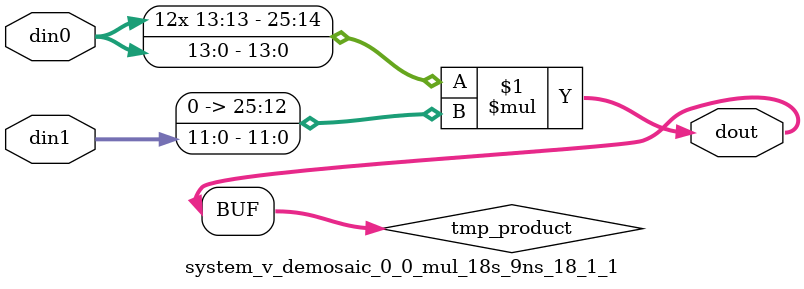
<source format=v>

`timescale 1 ns / 1 ps

  module system_v_demosaic_0_0_mul_18s_9ns_18_1_1(din0, din1, dout);
parameter ID = 1;
parameter NUM_STAGE = 0;
parameter din0_WIDTH = 14;
parameter din1_WIDTH = 12;
parameter dout_WIDTH = 26;

input [din0_WIDTH - 1 : 0] din0; 
input [din1_WIDTH - 1 : 0] din1; 
output [dout_WIDTH - 1 : 0] dout;

wire signed [dout_WIDTH - 1 : 0] tmp_product;












assign tmp_product = $signed(din0) * $signed({1'b0, din1});









assign dout = tmp_product;







endmodule

</source>
